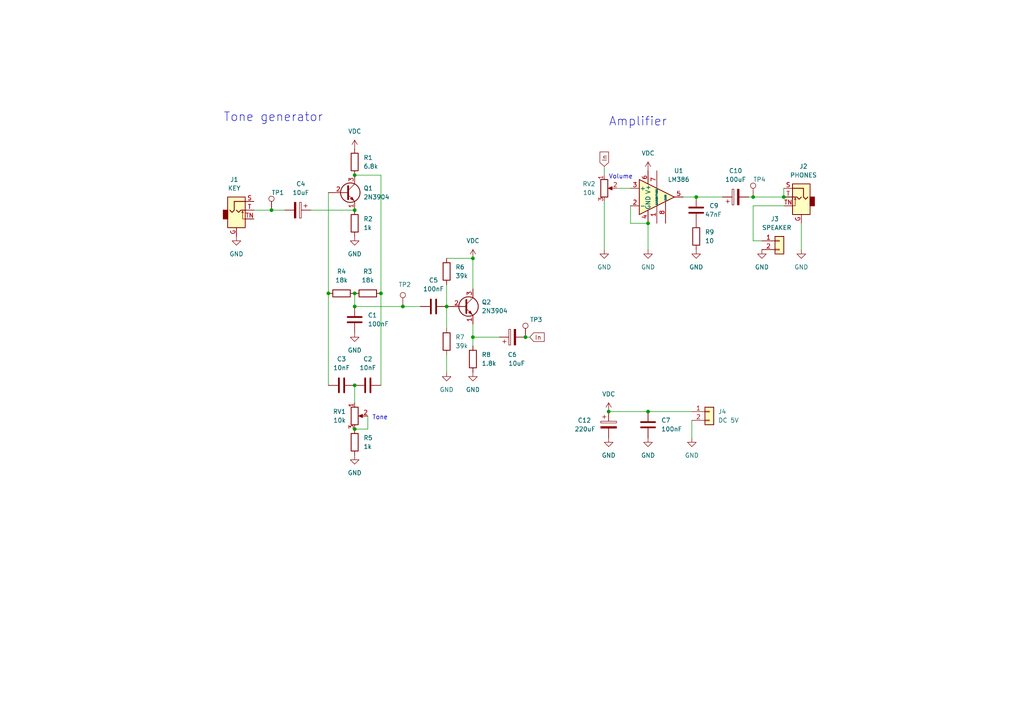
<source format=kicad_sch>
(kicad_sch (version 20231120) (generator "eeschema") (generator_version "8.0")
  (paper "A4")
  (title_block (title "Tone generator") (company "mppks") (comment 2 "Konstantin P (pavlovks@gmail.com)"))
  (lib_symbols
    (symbol "Amplifier_Audio:LM386" (pin_names (offset 0.127))
      (property "Reference" "U" (at 1.27 7.62 0))
      (property "Value" "LM386" (at 1.27 5.08 0))
      (symbol "LM386_0_1"
        (polyline (pts (xy 5.08 0) (xy -5.08 5.08) (xy -5.08 -5.08) (xy 5.08 0)) (stroke (width 0.254)) (fill (type background)))
      )
      (symbol "LM386_1_1"
        (pin input line (at 0 -7.62 90) (length 5.08) (name "GAIN") (number "1"))
        (pin input line (at -7.62 -2.54 0) (length 2.54) (name "-") (number "2"))
        (pin input line (at -7.62 2.54 0) (length 2.54) (name "+") (number "3"))
        (pin power_in line (at -2.54 -7.62 90) (length 3.81) (name "GND") (number "4"))
        (pin output line (at 7.62 0 180) (length 2.54) (name "~") (number "5"))
        (pin power_in line (at -2.54 7.62 270) (length 3.81) (name "V+") (number "6"))
        (pin input line (at 0 7.62 270) (length 5.08) (name "BYPASS") (number "7"))
        (pin input line (at 2.54 -7.62 90) (length 6.35) (name "GAIN") (number "8"))
      )
    )
    (symbol "Connector:TestPoint" (pin_numbers hide) (pin_names (offset 0.762) hide)
      (property "Reference" "TP" (at 0 6.858 0))
      (property "Value" "TestPoint" (at 0 5.08 0))
      (symbol "TestPoint_0_1"
        (circle (center 0 3.302) (radius 0.762))
      )
      (symbol "TestPoint_1_1"
        (pin passive line (at 0 0 90) (length 2.54) (name "1") (number "1"))
      )
    )
    (symbol "Connector_Audio:AudioJack2_Ground_SwitchT"
      (property "Reference" "J" (at 0 8.89 0))
      (property "Value" "AudioJack2_Ground_SwitchT" (at 0 6.35 0))
      (symbol "AudioJack2_Ground_SwitchT_0_1"
        (rectangle (start -2.54 0) (end -3.81 -2.54) (stroke (width 0.254)) (fill (type outline)))
        (polyline (pts (xy 1.778 -0.254) (xy 2.032 -0.762)))
        (polyline (pts (xy 0 0) (xy 0.635 -0.635) (xy 1.27 0) (xy 2.54 0)) (stroke (width 0.254)))
        (polyline (pts (xy 2.54 -2.54) (xy 1.778 -2.54) (xy 1.778 -0.254) (xy 1.524 -0.762)))
        (polyline (pts (xy 2.54 2.54) (xy -0.635 2.54) (xy -0.635 0) (xy -1.27 -0.635) (xy -1.905 0)) (stroke (width 0.254)))
        (rectangle (start 2.54 3.81) (end -2.54 -5.08) (stroke (width 0.254)) (fill (type background)))
      )
      (symbol "AudioJack2_Ground_SwitchT_1_1"
        (pin passive line (at 0 -7.62 90) (length 2.54) (name "~") (number "G"))
        (pin passive line (at 5.08 2.54 180) (length 2.54) (name "~") (number "S"))
        (pin passive line (at 5.08 0 180) (length 2.54) (name "~") (number "T"))
        (pin passive line (at 5.08 -2.54 180) (length 2.54) (name "~") (number "TN"))
      )
    )
    (symbol "Connector_Generic:Conn_01x02" (pin_names (offset 1.016) hide)
      (property "Reference" "J" (at 0 2.54 0))
      (property "Value" "Conn_01x02" (at 0 -5.08 0))
      (symbol "Conn_01x02_1_1"
        (rectangle (start -1.27 -2.413) (end 0 -2.667) (stroke (width 0.1524)))
        (rectangle (start -1.27 0.127) (end 0 -0.127) (stroke (width 0.1524)))
        (rectangle (start -1.27 1.27) (end 1.27 -3.81) (stroke (width 0.254)) (fill (type background)))
        (pin passive line (at -5.08 0 0) (length 3.81) (name "Pin_1") (number "1"))
        (pin passive line (at -5.08 -2.54 0) (length 3.81) (name "Pin_2") (number "2"))
      )
    )
    (symbol "Device:C" (pin_numbers hide) (pin_names (offset 0.254))
      (property "Reference" "C" (at 0.635 2.54 0))
      (property "Value" "C" (at 0.635 -2.54 0))
      (symbol "C_0_1"
        (polyline (pts (xy -2.032 -0.762) (xy 2.032 -0.762)) (stroke (width 0.508)))
        (polyline (pts (xy -2.032 0.762) (xy 2.032 0.762)) (stroke (width 0.508)))
      )
      (symbol "C_1_1"
        (pin passive line (at 0 3.81 270) (length 2.794) (name "~") (number "1"))
        (pin passive line (at 0 -3.81 90) (length 2.794) (name "~") (number "2"))
      )
    )
    (symbol "Device:C_Polarized" (pin_numbers hide) (pin_names (offset 0.254))
      (property "Reference" "C" (at 0.635 2.54 0))
      (property "Value" "C_Polarized" (at 0.635 -2.54 0))
      (symbol "C_Polarized_0_1"
        (rectangle (start -2.286 0.508) (end 2.286 1.016))
        (polyline (pts (xy -1.778 2.286) (xy -0.762 2.286)))
        (polyline (pts (xy -1.27 2.794) (xy -1.27 1.778)))
        (rectangle (start 2.286 -0.508) (end -2.286 -1.016) (fill (type outline)))
      )
      (symbol "C_Polarized_1_1"
        (pin passive line (at 0 3.81 270) (length 2.794) (name "~") (number "1"))
        (pin passive line (at 0 -3.81 90) (length 2.794) (name "~") (number "2"))
      )
    )
    (symbol "Device:R" (pin_numbers hide) (pin_names (offset 0))
      (property "Reference" "R" (at 2.032 0 90))
      (property "Value" "R" (at 0 0 90))
      (symbol "R_0_1"
        (rectangle (start -1.016 -2.54) (end 1.016 2.54) (stroke (width 0.254)))
      )
      (symbol "R_1_1"
        (pin passive line (at 0 3.81 270) (length 1.27) (name "~") (number "1"))
        (pin passive line (at 0 -3.81 90) (length 1.27) (name "~") (number "2"))
      )
    )
    (symbol "Device:R_Potentiometer" (pin_names (offset 1.016) hide)
      (property "Reference" "RV" (at -4.445 0 90))
      (property "Value" "R_Potentiometer" (at -2.54 0 90))
      (symbol "R_Potentiometer_0_1"
        (polyline (pts (xy 2.54 0) (xy 1.524 0)))
        (polyline (pts (xy 1.143 0) (xy 2.286 0.508) (xy 2.286 -0.508) (xy 1.143 0)) (fill (type outline)))
        (rectangle (start 1.016 2.54) (end -1.016 -2.54) (stroke (width 0.254)))
      )
      (symbol "R_Potentiometer_1_1"
        (pin passive line (at 0 3.81 270) (length 1.27) (name "1") (number "1"))
        (pin passive line (at 3.81 0 180) (length 1.27) (name "2") (number "2"))
        (pin passive line (at 0 -3.81 90) (length 1.27) (name "3") (number "3"))
      )
    )
    (symbol "Transistor_BJT:2N3904" (pin_names (offset 0) hide)
      (property "Reference" "Q" (at 5.08 1.905 0))
      (property "Value" "2N3904" (at 5.08 0 0))
      (symbol "2N3904_0_1"
        (polyline (pts (xy 0.635 0.635) (xy 2.54 2.54)))
        (polyline (pts (xy 0.635 -0.635) (xy 2.54 -2.54) (xy 2.54 -2.54)))
        (polyline (pts (xy 0.635 1.905) (xy 0.635 -1.905) (xy 0.635 -1.905)) (stroke (width 0.508)))
        (polyline (pts (xy 1.27 -1.778) (xy 1.778 -1.27) (xy 2.286 -2.286) (xy 1.27 -1.778) (xy 1.27 -1.778)) (fill (type outline)))
        (circle (center 1.27 0) (radius 2.8194) (stroke (width 0.254)))
      )
      (symbol "2N3904_1_1"
        (pin passive line (at 2.54 -5.08 90) (length 2.54) (name "E") (number "1"))
        (pin passive line (at -5.08 0 0) (length 5.715) (name "B") (number "2"))
        (pin passive line (at 2.54 5.08 270) (length 2.54) (name "C") (number "3"))
      )
    )
    (symbol "power:GND" (power) (pin_names (offset 0))
      (property "Value" "GND" (at 0 -3.81 0))
      (symbol "GND_0_1"
        (polyline (pts (xy 0 0) (xy 0 -1.27) (xy 1.27 -1.27) (xy 0 -2.54) (xy -1.27 -1.27) (xy 0 -1.27)))
      )
      (symbol "GND_1_1"
        (pin power_in line (at 0 0 270) (length 0) hide (name "GND") (number "1"))
      )
    )
    (symbol "power:VDC" (power) (pin_names (offset 0))
      (property "Value" "VDC" (at 0 6.35 0))
      (symbol "VDC_0_1"
        (polyline (pts (xy -0.762 1.27) (xy 0 2.54)))
        (polyline (pts (xy 0 0) (xy 0 2.54)))
        (polyline (pts (xy 0 2.54) (xy 0.762 1.27)))
      )
      (symbol "VDC_1_1"
        (pin power_in line (at 0 0 90) (length 0) hide (name "VDC") (number "1"))
      )
    )
  )
  (junction (at 110.49 85.09))
  (junction (at 218.44 57.15))
  (junction (at 116.84 88.9))
  (junction (at 95.25 85.09))
  (junction (at 187.96 64.77))
  (junction (at 176.53 119.38))
  (junction (at 102.87 88.9))
  (junction (at 102.87 60.96))
  (junction (at 78.74 60.96))
  (junction (at 187.96 119.38))
  (junction (at 137.16 97.79))
  (junction (at 102.87 124.46))
  (junction (at 137.16 74.93))
  (junction (at 152.4 97.79))
  (junction (at 102.87 50.8))
  (junction (at 102.87 85.09))
  (junction (at 102.87 111.76))
  (junction (at 227.33 57.15))
  (junction (at 129.54 88.9))
  (junction (at 201.93 57.15))
  (wire (pts (xy 179.07 54.61) (xy 182.88 54.61)))
  (wire (pts (xy 129.54 107.95) (xy 129.54 102.87)))
  (wire (pts (xy 137.16 97.79) (xy 137.16 100.33)))
  (wire (pts (xy 201.93 57.15) (xy 209.55 57.15)))
  (wire (pts (xy 116.84 88.9) (xy 121.92 88.9)))
  (wire (pts (xy 110.49 50.8) (xy 102.87 50.8)))
  (wire (pts (xy 110.49 85.09) (xy 110.49 111.76)))
  (wire (pts (xy 200.66 127) (xy 200.66 121.92)))
  (wire (pts (xy 187.96 119.38) (xy 200.66 119.38)))
  (wire (pts (xy 218.44 59.69) (xy 227.33 59.69)))
  (wire (pts (xy 182.88 64.77) (xy 187.96 64.77)))
  (wire (pts (xy 198.12 57.15) (xy 201.93 57.15)))
  (wire (pts (xy 106.68 124.46) (xy 102.87 124.46)))
  (wire (pts (xy 175.26 72.39) (xy 175.26 58.42)))
  (wire (pts (xy 137.16 97.79) (xy 144.78 97.79)))
  (wire (pts (xy 110.49 85.09) (xy 110.49 50.8)))
  (wire (pts (xy 227.33 54.61) (xy 227.33 57.15)))
  (wire (pts (xy 217.17 57.15) (xy 218.44 57.15)))
  (wire (pts (xy 187.96 72.39) (xy 187.96 64.77)))
  (wire (pts (xy 229.87 57.15) (xy 227.33 57.15)))
  (wire (pts (xy 73.66 60.96) (xy 78.74 60.96)))
  (wire (pts (xy 176.53 119.38) (xy 187.96 119.38)))
  (wire (pts (xy 102.87 85.09) (xy 102.87 88.9)))
  (wire (pts (xy 95.25 55.88) (xy 95.25 85.09)))
  (wire (pts (xy 95.25 85.09) (xy 95.25 111.76)))
  (wire (pts (xy 102.87 111.76) (xy 102.87 116.84)))
  (wire (pts (xy 90.17 60.96) (xy 102.87 60.96)))
  (wire (pts (xy 182.88 64.77) (xy 182.88 59.69)))
  (wire (pts (xy 129.54 82.55) (xy 129.54 88.9)))
  (wire (pts (xy 129.54 88.9) (xy 129.54 95.25)))
  (wire (pts (xy 220.98 69.85) (xy 218.44 69.85)))
  (wire (pts (xy 137.16 93.98) (xy 137.16 97.79)))
  (wire (pts (xy 106.68 120.65) (xy 106.68 124.46)))
  (wire (pts (xy 137.16 74.93) (xy 129.54 74.93)))
  (wire (pts (xy 232.41 72.39) (xy 232.41 64.77)))
  (wire (pts (xy 102.87 88.9) (xy 116.84 88.9)))
  (wire (pts (xy 175.26 48.26) (xy 175.26 50.8)))
  (wire (pts (xy 78.74 60.96) (xy 82.55 60.96)))
  (wire (pts (xy 218.44 69.85) (xy 218.44 59.69)))
  (wire (pts (xy 152.4 97.79) (xy 153.67 97.79)))
  (wire (pts (xy 137.16 83.82) (xy 137.16 74.93)))
  (wire (pts (xy 218.44 57.15) (xy 227.33 57.15)))
  (text "Amplifier" (at 176.53 36.83 0) (effects (font (size 2.54 2.54)) (justify left bottom)))
  (text "Volume" (at 176.53 52.07 0) (effects (font (size 1.27 1.27)) (justify left bottom)))
  (text "Tone" (at 107.95 121.92 0) (effects (font (size 1.27 1.27)) (justify left bottom)))
  (text "Tone generator" (at 64.77 35.56 0) (effects (font (size 2.54 2.54)) (justify left bottom)))
  (global_label "In" (shape input) (at 153.67 97.79 0) (property "Intersheetrefs" "${INTERSHEET_REFS}" (effects (hide yes))))
  (global_label "In" (shape input) (at 175.26 48.26 90) (property "Intersheetrefs" "${INTERSHEET_REFS}" (effects (hide yes))))
  (symbol (lib_id "Device:R") (at 201.93 68.58 0) (unit 1)
    (property "Reference" "R9" (at 204.47 67.31 0) (effects (justify left)))
    (property "Value" "10" (at 204.47 69.85 0) (effects (justify left)))
  )
  (symbol (lib_id "Device:C_Polarized") (at 148.59 97.79 90) (unit 1)
    (property "Reference" "C6" (at 148.59 102.87 90))
    (property "Value" "10uF" (at 149.86 105.41 90))
  )
  (symbol (lib_id "power:GND") (at 137.16 107.95 0) (unit 1)
    (property "Reference" "#PWR07" (effects (hide yes)))
    (property "Value" "GND" (at 137.16 113.03 0))
  )
  (symbol (lib_id "Connector:TestPoint") (at 78.74 60.96 0) (unit 1)
    (property "Reference" "TP1" (at 78.74 55.88 0) (effects (justify left)))
    (property "Value" "TestPoint" (effects (hide yes)))
  )
  (symbol (lib_id "Device:R") (at 102.87 64.77 0) (unit 1)
    (property "Reference" "R2" (at 105.41 63.5 0) (effects (justify left)))
    (property "Value" "1k" (at 105.41 66.04 0) (effects (justify left)))
  )
  (symbol (lib_id "power:VDC") (at 176.53 119.38 0) (unit 1)
    (property "Reference" "#PWR024" (effects (hide yes)))
    (property "Value" "VDC" (at 176.53 114.3 0))
  )
  (symbol (lib_id "Transistor_BJT:2N3904") (at 134.62 88.9 0) (unit 1)
    (property "Reference" "Q2" (at 139.7 87.63 0) (effects (justify left)))
    (property "Value" "2N3904" (at 139.7 90.17 0) (effects (justify left)))
    (property "Footprint" "Package_TO_SOT_THT:TO-92_Inline" (effects (hide yes)))
    (property "Datasheet" "https://www.onsemi.com/pub/Collateral/2N3903-D.PDF" (effects (hide yes)))
  )
  (symbol (lib_id "Connector:TestPoint") (at 218.44 57.15 0) (unit 1)
    (property "Reference" "TP4" (at 218.44 52.07 0) (effects (justify left)))
    (property "Value" "TestPoint" (effects (hide yes)))
  )
  (symbol (lib_id "Device:R") (at 129.54 78.74 0) (unit 1)
    (property "Reference" "R6" (at 132.08 77.47 0) (effects (justify left)))
    (property "Value" "39k" (at 132.08 80.01 0) (effects (justify left)))
  )
  (symbol (lib_id "power:VDC") (at 137.16 74.93 0) (unit 1)
    (property "Reference" "#PWR08" (effects (hide yes)))
    (property "Value" "VDC" (at 137.16 69.85 0))
  )
  (symbol (lib_id "Device:C") (at 106.68 111.76 90) (unit 1)
    (property "Reference" "C2" (at 106.68 104.14 90))
    (property "Value" "10nF" (at 106.68 106.68 90))
  )
  (symbol (lib_id "Transistor_BJT:2N3904") (at 100.33 55.88 0) (unit 1)
    (property "Reference" "Q1" (at 105.41 54.61 0) (effects (justify left)))
    (property "Value" "2N3904" (at 105.41 57.15 0) (effects (justify left)))
    (property "Footprint" "Package_TO_SOT_THT:TO-92_Inline" (effects (hide yes)))
    (property "Datasheet" "https://www.onsemi.com/pub/Collateral/2N3903-D.PDF" (effects (hide yes)))
  )
  (symbol (lib_id "power:GND") (at 200.66 127 0) (unit 1)
    (property "Reference" "#PWR023" (effects (hide yes)))
    (property "Value" "GND" (at 200.66 132.08 0))
  )
  (symbol (lib_id "Amplifier_Audio:LM386") (at 190.5 57.15 0) (unit 1)
    (property "Reference" "U1" (at 196.85 49.53 0))
    (property "Value" "LM386" (at 196.85 52.07 0))
    (property "Datasheet" "http://www.ti.com/lit/ds/symlink/lm386.pdf" (effects (hide yes)))
  )
  (symbol (lib_id "Device:R") (at 106.68 85.09 90) (unit 1)
    (property "Reference" "R3" (at 106.68 78.74 90))
    (property "Value" "18k" (at 106.68 81.28 90))
  )
  (symbol (lib_id "Device:C") (at 187.96 123.19 180) (unit 1)
    (property "Reference" "C7" (at 191.77 121.92 0) (effects (justify right)))
    (property "Value" "100nF" (at 191.77 124.46 0) (effects (justify right)))
  )
  (symbol (lib_id "power:GND") (at 68.58 68.58 0) (unit 1)
    (property "Reference" "#PWR05" (effects (hide yes)))
    (property "Value" "GND" (at 68.58 73.66 0))
  )
  (symbol (lib_id "power:VDC") (at 102.87 43.18 0) (unit 1)
    (property "Reference" "#PWR01" (effects (hide yes)))
    (property "Value" "VDC" (at 102.87 38.1 0))
  )
  (symbol (lib_id "power:GND") (at 129.54 107.95 0) (unit 1)
    (property "Reference" "#PWR06" (effects (hide yes)))
    (property "Value" "GND" (at 129.54 113.03 0))
  )
  (symbol (lib_id "Device:R_Potentiometer") (at 102.87 120.65 0) (unit 1)
    (property "Reference" "RV1" (at 100.33 119.38 0) (effects (justify right)))
    (property "Value" "10k" (at 100.33 121.92 0) (effects (justify right)))
  )
  (symbol (lib_id "power:VDC") (at 187.96 49.53 0) (unit 1)
    (property "Reference" "#PWR013" (effects (hide yes)))
    (property "Value" "VDC" (at 187.96 44.45 0))
  )
  (symbol (lib_id "Device:C") (at 102.87 92.71 0) (unit 1)
    (property "Reference" "C1" (at 106.68 91.44 0) (effects (justify left)))
    (property "Value" "100nF" (at 106.68 93.98 0) (effects (justify left)))
  )
  (symbol (lib_id "Device:C") (at 99.06 111.76 90) (unit 1)
    (property "Reference" "C3" (at 99.06 104.14 90))
    (property "Value" "10nF" (at 99.06 106.68 90))
  )
  (symbol (lib_id "power:GND") (at 102.87 68.58 0) (unit 1)
    (property "Reference" "#PWR02" (effects (hide yes)))
    (property "Value" "GND" (at 102.87 73.66 0))
  )
  (symbol (lib_id "power:GND") (at 187.96 72.39 0) (unit 1)
    (property "Reference" "#PWR011" (effects (hide yes)))
    (property "Value" "GND" (at 187.96 77.47 0))
  )
  (symbol (lib_id "Device:C") (at 125.73 88.9 90) (unit 1)
    (property "Reference" "C5" (at 125.73 81.28 90))
    (property "Value" "100nF" (at 125.73 83.82 90))
  )
  (symbol (lib_id "power:GND") (at 232.41 72.39 0) (unit 1)
    (property "Reference" "#PWR015" (effects (hide yes)))
    (property "Value" "GND" (at 232.41 77.47 0))
  )
  (symbol (lib_id "Device:R") (at 102.87 46.99 0) (unit 1)
    (property "Reference" "R1" (at 105.41 45.72 0) (effects (justify left)))
    (property "Value" "6.8k" (at 105.41 48.26 0) (effects (justify left)))
  )
  (symbol (lib_id "Device:C") (at 201.93 60.96 180) (unit 1)
    (property "Reference" "C9" (at 205.74 59.69 0) (effects (justify right)))
    (property "Value" "47nF" (at 204.47 62.23 0) (effects (justify right)))
  )
  (symbol (lib_id "Device:R") (at 129.54 99.06 0) (unit 1)
    (property "Reference" "R7" (at 132.08 97.79 0) (effects (justify left)))
    (property "Value" "39k" (at 132.08 100.33 0) (effects (justify left)))
  )
  (symbol (lib_id "Device:R_Potentiometer") (at 175.26 54.61 0) (unit 1)
    (property "Reference" "RV2" (at 172.72 53.34 0) (effects (justify right)))
    (property "Value" "10k" (at 172.72 55.88 0) (effects (justify right)))
  )
  (symbol (lib_id "power:GND") (at 102.87 96.52 0) (unit 1)
    (property "Reference" "#PWR04" (effects (hide yes)))
    (property "Value" "GND" (at 102.87 101.6 0))
  )
  (symbol (lib_id "Connector_Audio:AudioJack2_Ground_SwitchT") (at 232.41 57.15 0) (mirror y) (unit 1)
    (property "Reference" "J2" (at 233.045 48.26 0))
    (property "Value" "PHONES" (at 233.045 50.8 0))
  )
  (symbol (lib_id "Connector:TestPoint") (at 152.4 97.79 0) (unit 1)
    (property "Reference" "TP3" (at 153.67 92.71 0) (effects (justify left)))
    (property "Value" "TestPoint" (effects (hide yes)))
  )
  (symbol (lib_id "power:GND") (at 220.98 72.39 0) (unit 1)
    (property "Reference" "#PWR016" (effects (hide yes)))
    (property "Value" "GND" (at 220.98 77.47 0))
  )
  (symbol (lib_id "Connector_Generic:Conn_01x02") (at 226.06 69.85 0) (unit 1)
    (property "Reference" "J3" (at 223.52 63.5 0) (effects (justify left)))
    (property "Value" "SPEAKER" (at 220.98 66.04 0) (effects (justify left)))
  )
  (symbol (lib_id "Connector:TestPoint") (at 116.84 88.9 0) (unit 1)
    (property "Reference" "TP2" (at 115.57 82.55 0) (effects (justify left)))
    (property "Value" "TestPoint" (effects (hide yes)))
  )
  (symbol (lib_id "Device:C_Polarized") (at 213.36 57.15 90) (unit 1)
    (property "Reference" "C10" (at 213.36 49.53 90))
    (property "Value" "100uF" (at 213.36 52.07 90))
  )
  (symbol (lib_id "power:GND") (at 102.87 132.08 0) (unit 1)
    (property "Reference" "#PWR03" (effects (hide yes)))
    (property "Value" "GND" (at 102.87 137.16 0))
  )
  (symbol (lib_id "Device:R") (at 99.06 85.09 90) (unit 1)
    (property "Reference" "R4" (at 99.06 78.74 90))
    (property "Value" "18k" (at 99.06 81.28 90))
  )
  (symbol (lib_id "power:GND") (at 187.96 127 0) (unit 1)
    (property "Reference" "#PWR012" (effects (hide yes)))
    (property "Value" "GND" (at 187.96 132.08 0))
  )
  (symbol (lib_id "Connector_Generic:Conn_01x02") (at 205.74 119.38 0) (unit 1)
    (property "Reference" "J4" (at 208.28 119.38 0) (effects (justify left)))
    (property "Value" "DC 5V" (at 208.28 121.92 0) (effects (justify left)))
  )
  (symbol (lib_id "power:GND") (at 175.26 72.39 0) (unit 1)
    (property "Reference" "#PWR09" (effects (hide yes)))
    (property "Value" "GND" (at 175.26 77.47 0))
  )
  (symbol (lib_id "Device:C_Polarized") (at 86.36 60.96 270) (unit 1)
    (property "Reference" "C4" (at 87.249 53.34 90))
    (property "Value" "10uF" (at 87.249 55.88 90))
  )
  (symbol (lib_id "Connector_Audio:AudioJack2_Ground_SwitchT") (at 68.58 60.96 0) (unit 1)
    (property "Reference" "J1" (at 67.945 52.07 0))
    (property "Value" "KEY" (at 67.945 54.61 0))
  )
  (symbol (lib_id "Device:C_Polarized") (at 176.53 123.19 0) (unit 1)
    (property "Reference" "C12" (at 171.45 121.92 0) (effects (justify right)))
    (property "Value" "220uF" (at 172.72 124.46 0) (effects (justify right)))
  )
  (symbol (lib_id "power:GND") (at 176.53 127 0) (unit 1)
    (property "Reference" "#PWR022" (effects (hide yes)))
    (property "Value" "GND" (at 176.53 132.08 0))
  )
  (symbol (lib_id "power:GND") (at 201.93 72.39 0) (unit 1)
    (property "Reference" "#PWR014" (effects (hide yes)))
    (property "Value" "GND" (at 201.93 77.47 0))
  )
  (symbol (lib_id "Device:R") (at 102.87 128.27 0) (unit 1)
    (property "Reference" "R5" (at 105.41 127 0) (effects (justify left)))
    (property "Value" "1k" (at 105.41 129.54 0) (effects (justify left)))
  )
  (symbol (lib_id "Device:R") (at 137.16 104.14 0) (unit 1)
    (property "Reference" "R8" (at 139.7 102.87 0) (effects (justify left)))
    (property "Value" "1.8k" (at 139.7 105.41 0) (effects (justify left)))
  )
)
</source>
